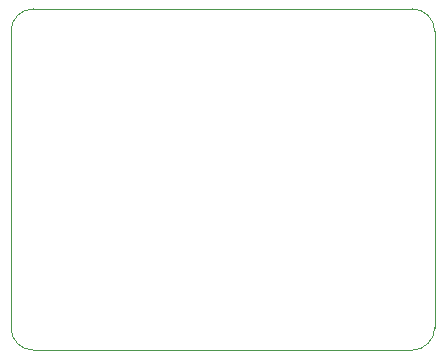
<source format=gbr>
%TF.GenerationSoftware,KiCad,Pcbnew,(6.0.0)*%
%TF.CreationDate,2022-10-20T13:45:59-04:00*%
%TF.ProjectId,TandyKey-AB,54616e64-794b-4657-992d-41422e6b6963,rev?*%
%TF.SameCoordinates,Original*%
%TF.FileFunction,Profile,NP*%
%FSLAX46Y46*%
G04 Gerber Fmt 4.6, Leading zero omitted, Abs format (unit mm)*
G04 Created by KiCad (PCBNEW (6.0.0)) date 2022-10-20 13:45:59*
%MOMM*%
%LPD*%
G01*
G04 APERTURE LIST*
%TA.AperFunction,Profile*%
%ADD10C,0.050000*%
%TD*%
G04 APERTURE END LIST*
D10*
X115252500Y-110495000D02*
X147320000Y-110490000D01*
X115252500Y-81597500D02*
X147320000Y-81597500D01*
X149225000Y-108585000D02*
X149225000Y-83502500D01*
X115252500Y-81597500D02*
G75*
G03*
X113347500Y-83502500I1J-1905001D01*
G01*
X113347500Y-108590000D02*
X113347500Y-83502500D01*
X149225000Y-83502500D02*
G75*
G03*
X147320000Y-81597500I-1905001J-1D01*
G01*
X147320000Y-110490000D02*
G75*
G03*
X149225000Y-108585000I-1J1905001D01*
G01*
X113347500Y-108590000D02*
G75*
G03*
X115252500Y-110495000I1905001J1D01*
G01*
M02*

</source>
